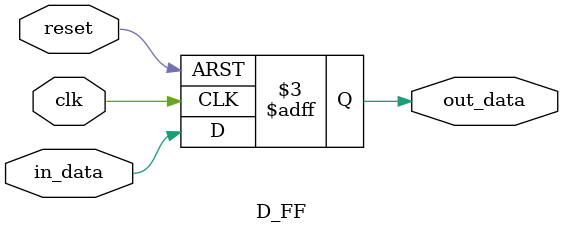
<source format=v>
module D_FF(clk,in_data,out_data,reset);
	input in_data;
	input clk;
	input reset;
	output out_data;
	reg out_data;
	always @(posedge clk or negedge reset) begin
		if(!reset)
			out_data<=1'b0;
		else
			out_data<=in_data;
	end
endmodule
</source>
